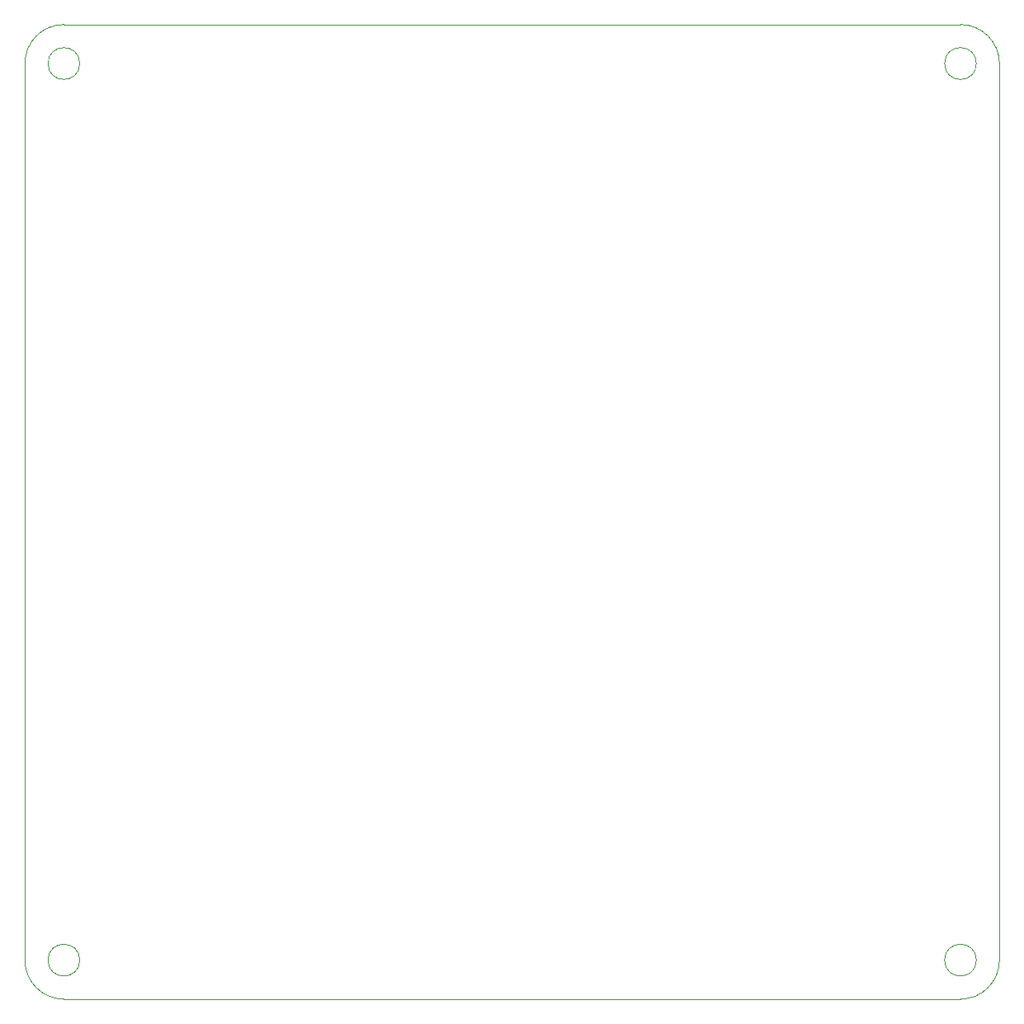
<source format=gbr>
G04 #@! TF.FileFunction,Profile,NP*
%FSLAX46Y46*%
G04 Gerber Fmt 4.6, Leading zero omitted, Abs format (unit mm)*
G04 Created by KiCad (PCBNEW 4.0.7) date 11/22/17 23:51:00*
%MOMM*%
%LPD*%
G01*
G04 APERTURE LIST*
%ADD10C,0.100000*%
G04 APERTURE END LIST*
D10*
X202743000Y-46609000D02*
X202743000Y-138609000D01*
X200374950Y-46609000D02*
G75*
G03X200374950Y-46609000I-1631950J0D01*
G01*
X200374950Y-138609000D02*
G75*
G03X200374950Y-138609000I-1631950J0D01*
G01*
X102743000Y-46609000D02*
G75*
G02X106743000Y-42609000I4000000J0D01*
G01*
X108374950Y-138609000D02*
G75*
G03X108374950Y-138609000I-1631950J0D01*
G01*
X108374950Y-46609000D02*
G75*
G03X108374950Y-46609000I-1631950J0D01*
G01*
X198743000Y-142609000D02*
X106743000Y-142609000D01*
X198743000Y-42609000D02*
X106743000Y-42609000D01*
X198743000Y-42609000D02*
G75*
G02X202743000Y-46609000I0J-4000000D01*
G01*
X106743000Y-142609000D02*
G75*
G02X102743000Y-138609000I0J4000000D01*
G01*
X202743000Y-138609000D02*
G75*
G02X198743000Y-142609000I-4000000J0D01*
G01*
X102743000Y-46609000D02*
X102743000Y-138609000D01*
M02*

</source>
